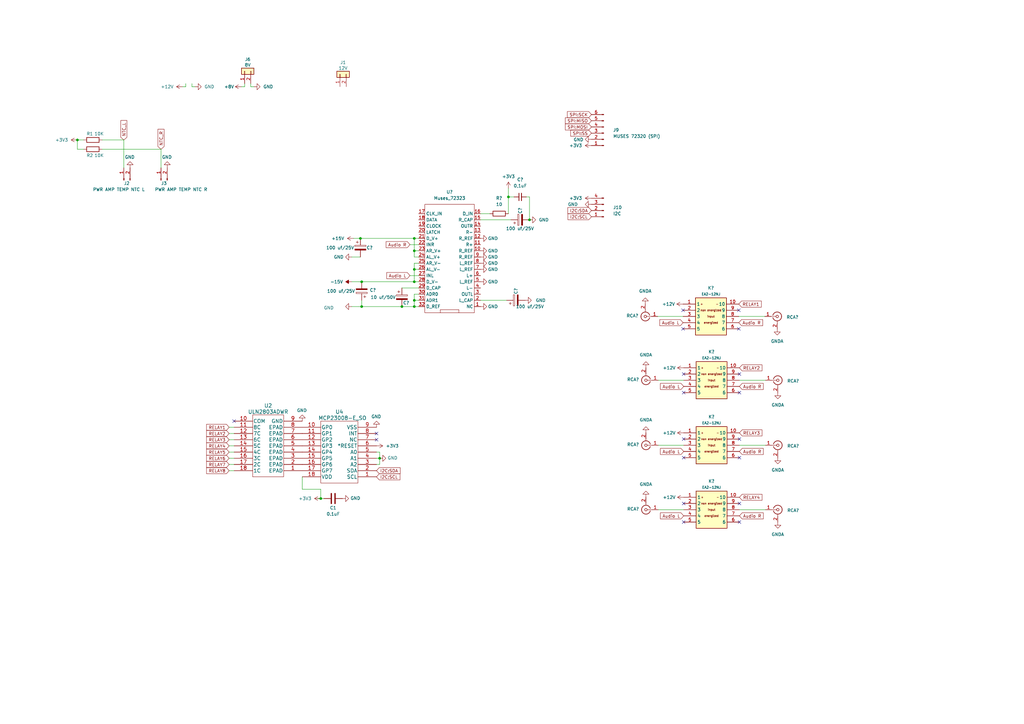
<source format=kicad_sch>
(kicad_sch (version 20211123) (generator eeschema)
  (paper "A3")
  (lib_symbols
    (symbol "Connector:Conn_01x02_Male" (pin_names (offset 1.016) hide)
      (property "Reference" "J" (at 0 2.54 0))
      (property "Value" "Conn_01x02_Male" (at 0 -5.08 0))
      (symbol "Conn_01x02_Male_1_1"
        (polyline (pts (xy 1.27 -2.54) (xy 0.8636 -2.54)) (stroke (width 0.1524)))
        (polyline (pts (xy 1.27 0) (xy 0.8636 0)) (stroke (width 0.1524)))
        (rectangle (start 0.8636 -2.413) (end 0 -2.667) (stroke (width 0.1524)) (fill (type outline)))
        (rectangle (start 0.8636 0.127) (end 0 -0.127) (stroke (width 0.1524)) (fill (type outline)))
        (pin passive line (at 5.08 0 180) (length 3.81) (name "Pin_1") (number "1"))
        (pin passive line (at 5.08 -2.54 180) (length 3.81) (name "Pin_2") (number "2"))
      )
    )
    (symbol "Connector:Conn_01x04_Male" (pin_names (offset 1.016) hide)
      (property "Reference" "J" (at 0 5.08 0))
      (property "Value" "Conn_01x04_Male" (at 0 -7.62 0))
      (symbol "Conn_01x04_Male_1_1"
        (polyline (pts (xy 1.27 -5.08) (xy 0.8636 -5.08)) (stroke (width 0.1524)))
        (polyline (pts (xy 1.27 -2.54) (xy 0.8636 -2.54)) (stroke (width 0.1524)))
        (polyline (pts (xy 1.27 0) (xy 0.8636 0)) (stroke (width 0.1524)))
        (polyline (pts (xy 1.27 2.54) (xy 0.8636 2.54)) (stroke (width 0.1524)))
        (rectangle (start 0.8636 -4.953) (end 0 -5.207) (stroke (width 0.1524)) (fill (type outline)))
        (rectangle (start 0.8636 -2.413) (end 0 -2.667) (stroke (width 0.1524)) (fill (type outline)))
        (rectangle (start 0.8636 0.127) (end 0 -0.127) (stroke (width 0.1524)) (fill (type outline)))
        (rectangle (start 0.8636 2.667) (end 0 2.413) (stroke (width 0.1524)) (fill (type outline)))
        (pin passive line (at 5.08 2.54 180) (length 3.81) (name "Pin_1") (number "1"))
        (pin passive line (at 5.08 0 180) (length 3.81) (name "Pin_2") (number "2"))
        (pin passive line (at 5.08 -2.54 180) (length 3.81) (name "Pin_3") (number "3"))
        (pin passive line (at 5.08 -5.08 180) (length 3.81) (name "Pin_4") (number "4"))
      )
    )
    (symbol "Connector:Conn_01x06_Male" (pin_names (offset 1.016) hide)
      (property "Reference" "J" (at 0 7.62 0))
      (property "Value" "Conn_01x06_Male" (at 0 -10.16 0))
      (symbol "Conn_01x06_Male_1_1"
        (polyline (pts (xy 1.27 -7.62) (xy 0.8636 -7.62)) (stroke (width 0.1524)))
        (polyline (pts (xy 1.27 -5.08) (xy 0.8636 -5.08)) (stroke (width 0.1524)))
        (polyline (pts (xy 1.27 -2.54) (xy 0.8636 -2.54)) (stroke (width 0.1524)))
        (polyline (pts (xy 1.27 0) (xy 0.8636 0)) (stroke (width 0.1524)))
        (polyline (pts (xy 1.27 2.54) (xy 0.8636 2.54)) (stroke (width 0.1524)))
        (polyline (pts (xy 1.27 5.08) (xy 0.8636 5.08)) (stroke (width 0.1524)))
        (rectangle (start 0.8636 -7.493) (end 0 -7.747) (stroke (width 0.1524)) (fill (type outline)))
        (rectangle (start 0.8636 -4.953) (end 0 -5.207) (stroke (width 0.1524)) (fill (type outline)))
        (rectangle (start 0.8636 -2.413) (end 0 -2.667) (stroke (width 0.1524)) (fill (type outline)))
        (rectangle (start 0.8636 0.127) (end 0 -0.127) (stroke (width 0.1524)) (fill (type outline)))
        (rectangle (start 0.8636 2.667) (end 0 2.413) (stroke (width 0.1524)) (fill (type outline)))
        (rectangle (start 0.8636 5.207) (end 0 4.953) (stroke (width 0.1524)) (fill (type outline)))
        (pin passive line (at 5.08 5.08 180) (length 3.81) (name "Pin_1") (number "1"))
        (pin passive line (at 5.08 2.54 180) (length 3.81) (name "Pin_2") (number "2"))
        (pin passive line (at 5.08 0 180) (length 3.81) (name "Pin_3") (number "3"))
        (pin passive line (at 5.08 -2.54 180) (length 3.81) (name "Pin_4") (number "4"))
        (pin passive line (at 5.08 -5.08 180) (length 3.81) (name "Pin_5") (number "5"))
        (pin passive line (at 5.08 -7.62 180) (length 3.81) (name "Pin_6") (number "6"))
      )
    )
    (symbol "Connector:RCA_Connector_ALI" (pin_names (offset 1.016) hide)
      (property "Reference" "RCA" (at 0.254 3.048 0))
      (symbol "RCA_Connector_ALI_0_1"
        (arc (start -1.778 -0.508) (mid 0.2311 -1.8066) (end 1.778 0) (stroke (width 0.254)))
        (polyline (pts (xy -2.54 0) (xy -0.508 0)))
        (polyline (pts (xy 0 -2.54) (xy 0 -1.778)))
        (circle (center 0 0) (radius 0.508) (stroke (width 0.2032)))
        (arc (start 1.778 0) (mid 0.2099 1.8101) (end -1.778 0.508) (stroke (width 0.254)))
      )
      (symbol "RCA_Connector_ALI_1_1"
        (pin passive line (at -5.08 0 0) (length 2.54) (name "In") (number "1"))
        (pin passive line (at 0 -5.08 90) (length 2.54) (name "Ext") (number "2"))
      )
    )
    (symbol "Connector_Generic:Conn_01x02" (pin_names (offset 1.016) hide)
      (property "Reference" "J" (at 0 2.54 0))
      (property "Value" "Conn_01x02" (at 0 -5.08 0))
      (symbol "Conn_01x02_1_1"
        (rectangle (start -1.27 -2.413) (end 0 -2.667) (stroke (width 0.1524)))
        (rectangle (start -1.27 0.127) (end 0 -0.127) (stroke (width 0.1524)))
        (rectangle (start -1.27 1.27) (end 1.27 -3.81) (stroke (width 0.254)) (fill (type background)))
        (pin passive line (at -5.08 0 0) (length 3.81) (name "Pin_1") (number "1"))
        (pin passive line (at -5.08 -2.54 0) (length 3.81) (name "Pin_2") (number "2"))
      )
    )
    (symbol "Device:C" (pin_numbers hide) (pin_names (offset 0.254))
      (property "Reference" "C" (at 0.635 2.54 0))
      (property "Value" "C" (at 0.635 -2.54 0))
      (symbol "C_0_1"
        (polyline (pts (xy -2.032 -0.762) (xy 2.032 -0.762)) (stroke (width 0.508)))
        (polyline (pts (xy -2.032 0.762) (xy 2.032 0.762)) (stroke (width 0.508)))
      )
      (symbol "C_1_1"
        (pin passive line (at 0 3.81 270) (length 2.794) (name "~") (number "1"))
        (pin passive line (at 0 -3.81 90) (length 2.794) (name "~") (number "2"))
      )
    )
    (symbol "Device:C_Polarized" (pin_numbers hide) (pin_names (offset 0.254))
      (property "Reference" "C" (at 0.635 2.54 0))
      (property "Value" "C_Polarized" (at 0.635 -2.54 0))
      (symbol "C_Polarized_0_1"
        (rectangle (start -2.286 0.508) (end 2.286 1.016))
        (polyline (pts (xy -1.778 2.286) (xy -0.762 2.286)))
        (polyline (pts (xy -1.27 2.794) (xy -1.27 1.778)))
        (rectangle (start 2.286 -0.508) (end -2.286 -1.016) (fill (type outline)))
      )
      (symbol "C_Polarized_1_1"
        (pin passive line (at 0 3.81 270) (length 2.794) (name "~") (number "1"))
        (pin passive line (at 0 -3.81 90) (length 2.794) (name "~") (number "2"))
      )
    )
    (symbol "Device:C_Small" (pin_numbers hide) (pin_names (offset 0.254) hide)
      (property "Reference" "C" (at 0.254 1.778 0))
      (property "Value" "C_Small" (at 0.254 -2.032 0))
      (symbol "C_Small_0_1"
        (polyline (pts (xy -1.524 -0.508) (xy 1.524 -0.508)) (stroke (width 0.3302)))
        (polyline (pts (xy -1.524 0.508) (xy 1.524 0.508)) (stroke (width 0.3048)))
      )
      (symbol "C_Small_1_1"
        (pin passive line (at 0 2.54 270) (length 2.032) (name "~") (number "1"))
        (pin passive line (at 0 -2.54 90) (length 2.032) (name "~") (number "2"))
      )
    )
    (symbol "Device:R" (pin_numbers hide) (pin_names (offset 0))
      (property "Reference" "R" (at 2.032 0 90))
      (property "Value" "R" (at 0 0 90))
      (symbol "R_0_1"
        (rectangle (start -1.016 -2.54) (end 1.016 2.54) (stroke (width 0.254)))
      )
      (symbol "R_1_1"
        (pin passive line (at 0 3.81 270) (length 1.27) (name "~") (number "1"))
        (pin passive line (at 0 -3.81 90) (length 1.27) (name "~") (number "2"))
      )
    )
    (symbol "EA2-12NJ:EA2-12NJ"
      (property "Reference" "K" (at 8.89 -13.97 0))
      (property "Value" "EA2-12NJ" (at 11.3687 -10.7465 0))
      (symbol "EA2-12NJ_0_0"
        (text "+" (at 7.62 0 0) (effects (font (size 0.8 0.8))))
        (text "-" (at 13.97 0 0) (effects (font (size 0.8 0.8))))
        (text "energized" (at 11.43 -7.62 0) (effects (font (size 0.8 0.8))))
        (text "input" (at 11.43 -5.08 0) (effects (font (size 0.8 0.8))))
        (text "non energized" (at 11.43 -2.54 0) (effects (font (size 0.8 0.8))))
      )
      (symbol "EA2-12NJ_1_1"
        (rectangle (start 5.08 2.54) (end 17.78 -12.7) (stroke (width 0.254)) (fill (type background)))
        (pin passive line (at 0 0 0) (length 5.08) (name "1") (number "1"))
        (pin passive line (at 22.86 0 180) (length 5.08) (name "10") (number "10"))
        (pin passive line (at 0 -2.54 0) (length 5.08) (name "2") (number "2"))
        (pin passive line (at 0 -5.08 0) (length 5.08) (name "3") (number "3"))
        (pin passive line (at 0 -7.62 0) (length 5.08) (name "4") (number "4"))
        (pin passive line (at 0 -10.16 0) (length 5.08) (name "5") (number "5"))
        (pin passive line (at 22.86 -10.16 180) (length 5.08) (name "6") (number "6"))
        (pin passive line (at 22.86 -7.62 180) (length 5.08) (name "7") (number "7"))
        (pin passive line (at 22.86 -5.08 180) (length 5.08) (name "8") (number "8"))
        (pin passive line (at 22.86 -2.54 180) (length 5.08) (name "9") (number "9"))
      )
    )
    (symbol "Mezmerize_B1_Controller-rescue:MCP23008-E_SO-2019-12-07_08-25-49" (pin_names (offset 0.254))
      (property "Reference" "U" (at 15.24 10.16 0))
      (property "Value" "MCP23008-E_SO-2019-12-07_08-25-49" (at 15.24 7.62 0))
      (symbol "MCP23008-E_SO-2019-12-07_08-25-49_0_1"
        (rectangle (start 7.62 2.54) (end 22.86 -22.86))
      )
      (symbol "MCP23008-E_SO-2019-12-07_08-25-49_1_0"
        (pin unspecified line (at 0 0 0) (length 7.62) (name "SCL") (number "1"))
        (pin unspecified line (at 30.48 -20.32 180) (length 7.62) (name "GP0") (number "10"))
        (pin unspecified line (at 30.48 -17.78 180) (length 7.62) (name "GP1") (number "11"))
        (pin unspecified line (at 30.48 -15.24 180) (length 7.62) (name "GP2") (number "12"))
        (pin unspecified line (at 30.48 -12.7 180) (length 7.62) (name "GP3") (number "13"))
        (pin unspecified line (at 30.48 -10.16 180) (length 7.62) (name "GP4") (number "14"))
        (pin unspecified line (at 30.48 -7.62 180) (length 7.62) (name "GP5") (number "15"))
        (pin unspecified line (at 30.48 -5.08 180) (length 7.62) (name "GP6") (number "16"))
        (pin unspecified line (at 30.48 -2.54 180) (length 7.62) (name "GP7") (number "17"))
        (pin unspecified line (at 30.48 0 180) (length 7.62) (name "VDD") (number "18"))
        (pin unspecified line (at 0 -2.54 0) (length 7.62) (name "SDA") (number "2"))
        (pin unspecified line (at 0 -5.08 0) (length 7.62) (name "A2") (number "3"))
        (pin unspecified line (at 0 -7.62 0) (length 7.62) (name "A1") (number "4"))
        (pin unspecified line (at 0 -10.16 0) (length 7.62) (name "A0") (number "5"))
        (pin unspecified line (at 0 -12.7 0) (length 7.62) (name "*RESET") (number "6"))
        (pin unspecified line (at 0 -15.24 0) (length 7.62) (name "NC") (number "7"))
        (pin unspecified line (at 0 -17.78 0) (length 7.62) (name "INT") (number "8"))
        (pin unspecified line (at 0 -20.32 0) (length 7.62) (name "VSS") (number "9"))
      )
    )
    (symbol "Mezmerize_B1_Controller-rescue:ULN2803ADWR-2019-12-07_08-18-10" (pin_names (offset 0.254))
      (property "Reference" "U" (at 13.97 8.89 0))
      (property "Value" "ULN2803ADWR-2019-12-07_08-18-10" (at 13.97 6.35 0))
      (symbol "ULN2803ADWR-2019-12-07_08-18-10_0_1"
        (rectangle (start 7.62 2.54) (end 20.32 -22.86))
      )
      (symbol "ULN2803ADWR-2019-12-07_08-18-10_1_0"
        (pin power_in line (at 0 0 0) (length 7.62) (name "EPAD") (number "1"))
        (pin unspecified line (at 27.94 -20.32 180) (length 7.62) (name "COM") (number "10"))
        (pin output line (at 27.94 -17.78 180) (length 7.62) (name "8C") (number "11"))
        (pin output line (at 27.94 -15.24 180) (length 7.62) (name "7C") (number "12"))
        (pin output line (at 27.94 -12.7 180) (length 7.62) (name "6C") (number "13"))
        (pin output line (at 27.94 -10.16 180) (length 7.62) (name "5C") (number "14"))
        (pin output line (at 27.94 -7.62 180) (length 7.62) (name "4C") (number "15"))
        (pin output line (at 27.94 -5.08 180) (length 7.62) (name "3C") (number "16"))
        (pin output line (at 27.94 -2.54 180) (length 7.62) (name "2C") (number "17"))
        (pin output line (at 27.94 0 180) (length 7.62) (name "1C") (number "18"))
        (pin power_in line (at 0 -2.54 0) (length 7.62) (name "EPAD") (number "2"))
        (pin power_in line (at 0 -5.08 0) (length 7.62) (name "EPAD") (number "3"))
        (pin power_in line (at 0 -7.62 0) (length 7.62) (name "EPAD") (number "4"))
        (pin power_in line (at 0 -10.16 0) (length 7.62) (name "EPAD") (number "5"))
        (pin power_in line (at 0 -12.7 0) (length 7.62) (name "EPAD") (number "6"))
        (pin power_in line (at 0 -15.24 0) (length 7.62) (name "EPAD") (number "7"))
        (pin power_in line (at 0 -17.78 0) (length 7.62) (name "EPAD") (number "8"))
        (pin power_in line (at 0 -20.32 0) (length 7.62) (name "GND") (number "9"))
      )
    )
    (symbol "muses72323:Muses_72323"
      (property "Reference" "U" (at 0 0 0))
      (property "Value" "Muses_72323" (at 0 5.08 0))
      (symbol "Muses_72323_0_0"
        (pin unspecified line (at 0 0 180) (length 2.54) (name "NC") (number "1"))
        (pin unspecified line (at 0 22.86 180) (length 2.54) (name "R_REF") (number "10"))
        (pin unspecified line (at 0 25.4 180) (length 2.54) (name "R+") (number "11"))
        (pin unspecified line (at 0 27.94 180) (length 2.54) (name "R_REF") (number "12"))
        (pin unspecified line (at 0 30.48 180) (length 2.54) (name "R-") (number "13"))
        (pin unspecified line (at 0 33.02 180) (length 2.54) (name "OUTR") (number "14"))
        (pin unspecified line (at 0 35.56 180) (length 2.54) (name "R_CAP") (number "15"))
        (pin unspecified line (at 0 38.1 180) (length 2.54) (name "D_IN") (number "16"))
        (pin unspecified line (at -25.4 38.1 0) (length 2.54) (name "CLK_IN") (number "17"))
        (pin unspecified line (at -25.4 35.56 0) (length 2.54) (name "DATA") (number "18"))
        (pin unspecified line (at -25.4 33.02 0) (length 2.54) (name "CLOCK") (number "19"))
        (pin unspecified line (at 0 2.54 180) (length 2.54) (name "L_CAP") (number "2"))
        (pin unspecified line (at -25.4 30.48 0) (length 2.54) (name "LATCH") (number "20"))
        (pin unspecified line (at -25.4 27.94 0) (length 2.54) (name "D_V+") (number "21"))
        (pin unspecified line (at -25.4 25.4 0) (length 2.54) (name "INR") (number "22"))
        (pin unspecified line (at -25.4 22.86 0) (length 2.54) (name "AR_V+") (number "23"))
        (pin unspecified line (at -25.4 20.32 0) (length 2.54) (name "AL_V+") (number "24"))
        (pin unspecified line (at -25.4 17.78 0) (length 2.54) (name "AR_V-") (number "25"))
        (pin unspecified line (at -25.4 15.24 0) (length 2.54) (name "AL_V-") (number "26"))
        (pin unspecified line (at -25.4 12.7 0) (length 2.54) (name "INL") (number "27"))
        (pin unspecified line (at -25.4 10.16 0) (length 2.54) (name "D_V-") (number "28"))
        (pin unspecified line (at -25.4 7.62 0) (length 2.54) (name "D_CAP") (number "29"))
        (pin unspecified line (at 0 5.08 180) (length 2.54) (name "OUTL") (number "3"))
        (pin unspecified line (at -25.4 5.08 0) (length 2.54) (name "ADR0") (number "30"))
        (pin unspecified line (at -25.4 2.54 0) (length 2.54) (name "ADR1") (number "31"))
        (pin unspecified line (at -25.4 0 0) (length 2.54) (name "D_REF") (number "32"))
        (pin unspecified line (at 0 7.62 180) (length 2.54) (name "L-") (number "4"))
        (pin unspecified line (at 0 10.16 180) (length 2.54) (name "L_REF") (number "5"))
        (pin unspecified line (at 0 12.7 180) (length 2.54) (name "L+") (number "6"))
        (pin unspecified line (at 0 15.24 180) (length 2.54) (name "L_REF") (number "7"))
        (pin unspecified line (at 0 17.78 180) (length 2.54) (name "L_REF") (number "8"))
        (pin unspecified line (at 0 20.32 180) (length 2.54) (name "R_REF") (number "9"))
      )
      (symbol "Muses_72323_0_1"
        (polyline (pts (xy -16.51 -2.54) (xy -16.51 -1.27) (xy -8.89 -1.27) (xy -8.89 -2.54)))
        (polyline (pts (xy -22.86 39.37) (xy -22.86 -2.54) (xy -2.54 -2.54) (xy -2.54 41.91) (xy -22.86 41.91) (xy -22.86 39.37)))
      )
    )
    (symbol "power:+12V" (power) (pin_names (offset 0))
      (property "Value" "+12V" (at 0 3.556 0))
      (symbol "+12V_0_1"
        (polyline (pts (xy -0.762 1.27) (xy 0 2.54)))
        (polyline (pts (xy 0 0) (xy 0 2.54)))
        (polyline (pts (xy 0 2.54) (xy 0.762 1.27)))
      )
      (symbol "+12V_1_1"
        (pin power_in line (at 0 0 90) (length 0) hide (name "+12V") (number "1"))
      )
    )
    (symbol "power:+15V" (power) (pin_names (offset 0))
      (property "Value" "+15V" (at 0 3.556 0))
      (symbol "+15V_0_1"
        (polyline (pts (xy -0.762 1.27) (xy 0 2.54)))
        (polyline (pts (xy 0 0) (xy 0 2.54)))
        (polyline (pts (xy 0 2.54) (xy 0.762 1.27)))
      )
      (symbol "+15V_1_1"
        (pin power_in line (at 0 0 90) (length 0) hide (name "+15V") (number "1"))
      )
    )
    (symbol "power:+3.3V" (power) (pin_names (offset 0))
      (property "Value" "+3.3V" (at 0 3.556 0))
      (symbol "+3.3V_0_1"
        (polyline (pts (xy -0.762 1.27) (xy 0 2.54)))
        (polyline (pts (xy 0 0) (xy 0 2.54)))
        (polyline (pts (xy 0 2.54) (xy 0.762 1.27)))
      )
      (symbol "+3.3V_1_1"
        (pin power_in line (at 0 0 90) (length 0) hide (name "+3V3") (number "1"))
      )
    )
    (symbol "power:+8V" (power) (pin_names (offset 0))
      (property "Value" "+8V" (at 0 3.556 0))
      (symbol "+8V_0_1"
        (polyline (pts (xy -0.762 1.27) (xy 0 2.54)))
        (polyline (pts (xy 0 0) (xy 0 2.54)))
        (polyline (pts (xy 0 2.54) (xy 0.762 1.27)))
      )
      (symbol "+8V_1_1"
        (pin power_in line (at 0 0 90) (length 0) hide (name "+8V") (number "1"))
      )
    )
    (symbol "power:-15V" (power) (pin_names (offset 0))
      (property "Value" "-15V" (at 0 3.81 0))
      (symbol "-15V_0_0"
        (pin power_in line (at 0 0 90) (length 0) hide (name "-15V") (number "1"))
      )
      (symbol "-15V_0_1"
        (polyline (pts (xy 0 0) (xy 0 1.27) (xy 0.762 1.27) (xy 0 2.54) (xy -0.762 1.27) (xy 0 1.27)) (fill (type outline)))
      )
    )
    (symbol "power:GND" (power) (pin_names (offset 0))
      (property "Value" "GND" (at 0 -3.81 0))
      (symbol "GND_0_1"
        (polyline (pts (xy 0 0) (xy 0 -1.27) (xy 1.27 -1.27) (xy 0 -2.54) (xy -1.27 -1.27) (xy 0 -1.27)))
      )
      (symbol "GND_1_1"
        (pin power_in line (at 0 0 270) (length 0) hide (name "GND") (number "1"))
      )
    )
    (symbol "power:GNDA" (power) (pin_names (offset 0))
      (property "Value" "GNDA" (at 0 -3.81 0))
      (symbol "GNDA_0_1"
        (polyline (pts (xy 0 0) (xy 0 -1.27) (xy 1.27 -1.27) (xy 0 -2.54) (xy -1.27 -1.27) (xy 0 -1.27)))
      )
      (symbol "GNDA_1_1"
        (pin power_in line (at 0 0 270) (length 0) hide (name "GNDA") (number "1"))
      )
    )
  )
  (junction (at 169.926 110.49))
  (junction (at 131.572 204.47))
  (junction (at 169.926 123.19))
  (junction (at 169.926 97.79))
  (junction (at 147.828 97.79))
  (junction (at 31.75 57.404))
  (junction (at 169.926 125.73))
  (junction (at 148.336 125.73))
  (junction (at 155.702 187.96))
  (junction (at 208.534 80.772))
  (junction (at 169.926 115.57))
  (junction (at 169.926 102.87))
  (junction (at 148.336 115.57))
  (junction (at 217.17 90.17))
  (junction (at 164.846 125.73))
  (no_connect (at 280.416 187.706))
  (no_connect (at 303.276 180.086))
  (no_connect (at 303.276 214.122))
  (no_connect (at 154.432 177.8))
  (no_connect (at 303.276 206.502))
  (no_connect (at 303.276 187.706))
  (no_connect (at 280.162 134.874))
  (no_connect (at 303.022 127.254))
  (no_connect (at 303.022 134.874))
  (no_connect (at 280.162 127.254))
  (no_connect (at 154.432 180.34))
  (no_connect (at 280.416 206.502))
  (no_connect (at 280.416 153.416))
  (no_connect (at 280.416 180.086))
  (no_connect (at 280.416 161.036))
  (no_connect (at 96.012 172.72))
  (no_connect (at 303.276 161.036))
  (no_connect (at 303.276 153.416))
  (no_connect (at 280.416 214.122))
  (wire (pts (xy 197.104 87.63) (xy 200.914 87.63)))
  (wire (pts (xy 155.702 187.96) (xy 154.432 187.96)))
  (wire (pts (xy 197.104 90.17) (xy 209.55 90.17)))
  (wire (pts (xy 78.74 34.29) (xy 78.74 35.56)))
  (wire (pts (xy 93.98 187.96) (xy 96.012 187.96)))
  (wire (pts (xy 155.702 190.5) (xy 154.432 190.5)))
  (wire (pts (xy 148.336 123.19) (xy 148.336 125.73)))
  (wire (pts (xy 78.74 35.56) (xy 80.01 35.56)))
  (wire (pts (xy 171.704 105.41) (xy 169.926 105.41)))
  (wire (pts (xy 155.702 187.96) (xy 155.702 190.5)))
  (wire (pts (xy 93.98 190.5) (xy 96.012 190.5)))
  (wire (pts (xy 168.148 113.03) (xy 171.704 113.03)))
  (wire (pts (xy 93.98 185.42) (xy 96.012 185.42)))
  (wire (pts (xy 303.276 182.626) (xy 313.944 182.626)))
  (wire (pts (xy 147.828 105.41) (xy 144.272 105.41)))
  (wire (pts (xy 303.276 155.956) (xy 313.944 155.956)))
  (wire (pts (xy 102.87 35.56) (xy 104.14 35.56)))
  (wire (pts (xy 270.002 182.626) (xy 280.416 182.626)))
  (wire (pts (xy 148.336 115.57) (xy 169.926 115.57)))
  (wire (pts (xy 41.91 57.404) (xy 50.8 57.404)))
  (wire (pts (xy 93.98 193.04) (xy 96.012 193.04)))
  (wire (pts (xy 169.926 110.49) (xy 169.926 115.57)))
  (wire (pts (xy 217.17 80.772) (xy 217.17 90.17)))
  (wire (pts (xy 93.98 180.34) (xy 96.012 180.34)))
  (wire (pts (xy 208.534 80.772) (xy 210.82 80.772)))
  (wire (pts (xy 31.75 61.214) (xy 34.29 61.214)))
  (wire (pts (xy 303.022 129.794) (xy 313.69 129.794)))
  (wire (pts (xy 169.926 125.73) (xy 171.704 125.73)))
  (wire (pts (xy 303.276 209.042) (xy 313.944 209.042)))
  (wire (pts (xy 169.926 120.65) (xy 169.926 123.19)))
  (wire (pts (xy 144.272 125.73) (xy 148.336 125.73)))
  (wire (pts (xy 270.002 209.042) (xy 280.416 209.042)))
  (wire (pts (xy 171.704 120.65) (xy 169.926 120.65)))
  (wire (pts (xy 147.828 97.79) (xy 169.926 97.79)))
  (wire (pts (xy 93.98 177.8) (xy 96.012 177.8)))
  (wire (pts (xy 147.828 97.79) (xy 145.034 97.79)))
  (wire (pts (xy 270.002 155.956) (xy 280.416 155.956)))
  (wire (pts (xy 132.842 204.47) (xy 131.572 204.47)))
  (wire (pts (xy 76.2 35.56) (xy 76.2 34.29)))
  (wire (pts (xy 131.572 204.47) (xy 130.302 204.47)))
  (wire (pts (xy 154.432 185.42) (xy 155.702 185.42)))
  (wire (pts (xy 74.93 35.56) (xy 76.2 35.56)))
  (wire (pts (xy 169.926 102.87) (xy 171.704 102.87)))
  (wire (pts (xy 100.33 35.56) (xy 100.33 34.29)))
  (wire (pts (xy 93.98 182.88) (xy 96.012 182.88)))
  (wire (pts (xy 208.534 80.772) (xy 208.534 87.63)))
  (wire (pts (xy 169.926 102.87) (xy 169.926 105.41)))
  (wire (pts (xy 197.104 123.19) (xy 207.772 123.19)))
  (wire (pts (xy 208.534 77.216) (xy 208.534 80.772)))
  (wire (pts (xy 164.846 125.73) (xy 169.926 125.73)))
  (wire (pts (xy 169.926 110.49) (xy 171.704 110.49)))
  (wire (pts (xy 93.98 175.26) (xy 96.012 175.26)))
  (wire (pts (xy 269.748 129.794) (xy 280.162 129.794)))
  (wire (pts (xy 169.926 97.79) (xy 169.926 102.87)))
  (wire (pts (xy 169.926 123.19) (xy 171.704 123.19)))
  (wire (pts (xy 215.9 80.772) (xy 217.17 80.772)))
  (wire (pts (xy 41.91 61.214) (xy 66.04 61.214)))
  (wire (pts (xy 169.926 107.95) (xy 169.926 110.49)))
  (wire (pts (xy 34.29 57.404) (xy 31.75 57.404)))
  (wire (pts (xy 169.926 115.57) (xy 171.704 115.57)))
  (wire (pts (xy 102.87 34.29) (xy 102.87 35.56)))
  (wire (pts (xy 123.952 195.58) (xy 123.952 200.66)))
  (wire (pts (xy 169.926 123.19) (xy 169.926 125.73)))
  (wire (pts (xy 171.704 107.95) (xy 169.926 107.95)))
  (wire (pts (xy 99.06 35.56) (xy 100.33 35.56)))
  (wire (pts (xy 168.148 100.33) (xy 171.704 100.33)))
  (wire (pts (xy 155.702 185.42) (xy 155.702 187.96)))
  (wire (pts (xy 31.75 61.214) (xy 31.75 57.404)))
  (wire (pts (xy 66.04 61.214) (xy 66.04 68.834)))
  (wire (pts (xy 50.8 68.834) (xy 50.8 57.404)))
  (wire (pts (xy 164.846 118.11) (xy 171.704 118.11)))
  (wire (pts (xy 123.952 200.66) (xy 131.572 200.66)))
  (wire (pts (xy 148.336 125.73) (xy 164.846 125.73)))
  (wire (pts (xy 171.704 97.79) (xy 169.926 97.79)))
  (wire (pts (xy 131.572 200.66) (xy 131.572 204.47)))
  (wire (pts (xy 148.336 115.57) (xy 144.272 115.57)))
  (global_label "RELAY4" (shape input) (at 303.276 203.962 0) (property "Intersheet References" "${INTERSHEET_REFS}" (effects hide)))
  (global_label "RELAY6" (shape input) (at 93.98 187.96 180) (property "Intersheet References" "${INTERSHEET_REFS}" (effects hide)))
  (global_label "Audio L" (shape input) (at 280.416 211.582 180) (property "Intersheet References" "${INTERSHEET_REFS}" (effects hide)))
  (global_label "RELAY8" (shape input) (at 93.98 193.04 180) (property "Intersheet References" "${INTERSHEET_REFS}" (effects hide)))
  (global_label "NTC_R" (shape input) (at 66.04 61.214 90) (property "Intersheet References" "${INTERSHEET_REFS}" (effects hide)))
  (global_label "SPI:MISO" (shape input) (at 242.57 49.53 180) (property "Intersheet References" "${INTERSHEET_REFS}" (effects hide)))
  (global_label "RELAY4" (shape input) (at 93.98 182.88 180) (property "Intersheet References" "${INTERSHEET_REFS}" (effects hide)))
  (global_label "SPI:MOSI" (shape input) (at 242.57 52.07 180) (property "Intersheet References" "${INTERSHEET_REFS}" (effects hide)))
  (global_label "RELAY2" (shape input) (at 93.98 177.8 180) (property "Intersheet References" "${INTERSHEET_REFS}" (effects hide)))
  (global_label "Audio R" (shape input) (at 303.022 132.334 0) (property "Intersheet References" "${INTERSHEET_REFS}" (effects hide)))
  (global_label "Audio R" (shape input) (at 168.148 100.33 180) (property "Intersheet References" "${INTERSHEET_REFS}" (effects hide)))
  (global_label "RELAY2" (shape input) (at 303.276 150.876 0) (property "Intersheet References" "${INTERSHEET_REFS}" (effects hide)))
  (global_label "RELAY1" (shape input) (at 303.022 124.714 0) (property "Intersheet References" "${INTERSHEET_REFS}" (effects hide)))
  (global_label "RELAY1" (shape input) (at 93.98 175.26 180) (property "Intersheet References" "${INTERSHEET_REFS}" (effects hide)))
  (global_label "I2C:SCL" (shape input) (at 154.432 195.58 0) (property "Intersheet References" "${INTERSHEET_REFS}" (effects hide)))
  (global_label "Audio L" (shape input) (at 280.416 158.496 180) (property "Intersheet References" "${INTERSHEET_REFS}" (effects hide)))
  (global_label "SPI:SCK" (shape input) (at 242.57 46.99 180) (property "Intersheet References" "${INTERSHEET_REFS}" (effects hide)))
  (global_label "Audio R" (shape input) (at 303.276 211.582 0) (property "Intersheet References" "${INTERSHEET_REFS}" (effects hide)))
  (global_label "RELAY5" (shape input) (at 93.98 185.42 180) (property "Intersheet References" "${INTERSHEET_REFS}" (effects hide)))
  (global_label "Audio L" (shape input) (at 168.148 113.03 180) (property "Intersheet References" "${INTERSHEET_REFS}" (effects hide)))
  (global_label "RELAY3" (shape input) (at 303.276 177.546 0) (property "Intersheet References" "${INTERSHEET_REFS}" (effects hide)))
  (global_label "I2C:SCL" (shape input) (at 242.57 88.9 180) (property "Intersheet References" "${INTERSHEET_REFS}" (effects hide)))
  (global_label "I2C:SDA" (shape input) (at 242.57 86.36 180) (property "Intersheet References" "${INTERSHEET_REFS}" (effects hide)))
  (global_label "NTC_L" (shape input) (at 50.8 57.404 90) (property "Intersheet References" "${INTERSHEET_REFS}" (effects hide)))
  (global_label "RELAY3" (shape input) (at 93.98 180.34 180) (property "Intersheet References" "${INTERSHEET_REFS}" (effects hide)))
  (global_label "Audio L" (shape input) (at 280.416 185.166 180) (property "Intersheet References" "${INTERSHEET_REFS}" (effects hide)))
  (global_label "RELAY7" (shape input) (at 93.98 190.5 180) (property "Intersheet References" "${INTERSHEET_REFS}" (effects hide)))
  (global_label "SPI:SS" (shape input) (at 242.57 54.61 180) (property "Intersheet References" "${INTERSHEET_REFS}" (effects hide)))
  (global_label "I2C:SDA" (shape input) (at 154.432 193.04 0) (property "Intersheet References" "${INTERSHEET_REFS}" (effects hide)))
  (global_label "Audio R" (shape input) (at 303.276 158.496 0) (property "Intersheet References" "${INTERSHEET_REFS}" (effects hide)))
  (global_label "Audio R" (shape input) (at 303.276 185.166 0) (property "Intersheet References" "${INTERSHEET_REFS}" (effects hide)))
  (global_label "Audio L" (shape input) (at 280.162 132.334 180) (property "Intersheet References" "${INTERSHEET_REFS}" (effects hide)))
  (symbol (lib_id "power:GND") (at 123.952 172.72 180) (unit 1)
    (property "Reference" "#PWR04" (effects hide))
    (property "Value" "GND" (at 123.825 168.3258 0))
  )
  (symbol (lib_id "Device:R") (at 38.1 57.404 90) (unit 1)
    (property "Reference" "R1" (at 36.83 54.864 90))
    (property "Value" "10K" (at 40.64 54.864 90))
    (property "Footprint" "Resistor_SMD:R_0805_2012Metric_Pad1.15x1.40mm_HandSolder" (effects hide))
  )
  (symbol (lib_id "Device:R") (at 38.1 61.214 270) (unit 1)
    (property "Reference" "R2" (at 36.83 63.754 90))
    (property "Value" "10K" (at 40.64 63.754 90))
    (property "Footprint" "Resistor_SMD:R_0805_2012Metric_Pad1.15x1.40mm_HandSolder" (effects hide))
  )
  (symbol (lib_id "power:GND") (at 242.57 57.15 270) (unit 1)
    (property "Reference" "#PWR021" (effects hide))
    (property "Value" "GND" (at 239.3188 57.277 90) (effects (justify right)))
  )
  (symbol (lib_id "Connector:Conn_01x02_Male") (at 50.8 73.914 90) (unit 1)
    (property "Reference" "J2" (at 50.8 75.184 90) (effects (justify right)))
    (property "Value" "PWR AMP TEMP NTC L" (at 38.1 77.724 90) (effects (justify right)))
    (property "Footprint" "Connector_JST:JST_XH_B2B-XH-A_1x02_P2.50mm_Vertical" (effects hide))
  )
  (symbol (lib_id "Connector:Conn_01x02_Male") (at 66.04 73.914 90) (unit 1)
    (property "Reference" "J3" (at 66.04 75.184 90) (effects (justify right)))
    (property "Value" "PWR AMP TEMP NTC R" (at 63.5 77.724 90) (effects (justify right)))
    (property "Footprint" "Connector_JST:JST_XH_B2B-XH-A_1x02_P2.50mm_Vertical" (effects hide))
  )
  (symbol (lib_id "power:GND") (at 68.58 68.834 180) (unit 1)
    (property "Reference" "#PWR010" (effects hide))
    (property "Value" "GND" (at 68.453 64.4398 0))
  )
  (symbol (lib_id "power:GND") (at 53.34 68.834 180) (unit 1)
    (property "Reference" "#PWR05" (effects hide))
    (property "Value" "GND" (at 53.213 64.4398 0))
  )
  (symbol (lib_id "Connector:Conn_01x06_Male") (at 247.65 54.61 180) (unit 1)
    (property "Reference" "J9" (at 251.46 53.34 0) (effects (justify right)))
    (property "Value" "MUSES 72320 (SPI)" (at 251.46 55.88 0) (effects (justify right)))
    (property "Footprint" "Connector_JST:JST_XH_B6B-XH-A_1x06_P2.50mm_Vertical" (effects hide))
  )
  (symbol (lib_id "Device:C") (at 136.652 204.47 90) (unit 1)
    (property "Reference" "C1" (at 136.652 208.28 90))
    (property "Value" "0.1uF" (at 136.652 210.82 90))
    (property "Footprint" "Capacitor_SMD:C_0805_2012Metric_Pad1.15x1.40mm_HandSolder" (effects hide))
  )
  (symbol (lib_id "Connector:Conn_01x04_Male") (at 247.65 86.36 180) (unit 1)
    (property "Reference" "J10" (at 251.46 85.09 0) (effects (justify right)))
    (property "Value" "I2C" (at 251.46 87.63 0) (effects (justify right)))
    (property "Footprint" "Connector_JST:JST_XH_B4B-XH-A_1x04_P2.50mm_Vertical" (effects hide))
  )
  (symbol (lib_id "Mezmerize_B1_Controller-rescue:ULN2803ADWR-2019-12-07_08-18-10") (at 123.952 193.04 180) (unit 1)
    (property "Reference" "U2" (at 109.982 166.37 0) (effects (font (size 1.524 1.524))))
    (property "Value" "ULN2803ADWR" (at 109.982 168.91 0) (effects (font (size 1.524 1.524))))
    (property "Footprint" "ULN2803:ULN2803ADWR" (effects hide))
  )
  (symbol (lib_id "Mezmerize_B1_Controller-rescue:MCP23008-E_SO-2019-12-07_08-25-49") (at 154.432 195.58 180) (unit 1)
    (property "Reference" "U4" (at 139.192 168.91 0) (effects (font (size 1.524 1.524))))
    (property "Value" "MCP23008-E_SO" (at 140.462 171.45 0) (effects (font (size 1.524 1.524))))
    (property "Footprint" "MCP23008:MCP23008-E&slash_SO" (effects hide))
  )
  (symbol (lib_id "power:GND") (at 140.462 204.47 90) (unit 1)
    (property "Reference" "#PWR08" (effects hide))
    (property "Value" "GND" (at 143.7132 204.343 90) (effects (justify right)))
  )
  (symbol (lib_id "power:GND") (at 242.57 83.82 270) (unit 1)
    (property "Reference" "#PWR024" (effects hide))
    (property "Value" "GND" (at 234.95 83.82 90))
  )
  (symbol (lib_id "power:GND") (at 154.432 175.26 180) (unit 1)
    (property "Reference" "#PWR012" (effects hide))
    (property "Value" "GND" (at 154.305 170.8658 0))
  )
  (symbol (lib_id "power:GND") (at 155.702 187.96 90) (unit 1)
    (property "Reference" "#PWR015" (effects hide))
    (property "Value" "GND" (at 158.9532 187.833 90) (effects (justify right)))
  )
  (symbol (lib_id "power:+12V") (at 280.416 203.962 90) (unit 1)
    (property "Reference" "#PWR?" (effects hide))
    (property "Value" "+12V" (at 277.114 203.9619 90) (effects (justify left)))
  )
  (symbol (lib_id "power:GNDA") (at 264.922 150.876 180) (unit 1)
    (property "Reference" "#PWR?" (effects hide))
    (property "Value" "GNDA" (at 264.922 145.542 0))
  )
  (symbol (lib_id "Device:C_Polarized") (at 164.846 121.92 0) (unit 1)
    (property "Reference" "C?" (at 167.894 124.206 0) (effects (justify right)))
    (property "Value" "10 uf/50V" (at 162.306 121.92 0) (effects (justify right)))
    (property "Footprint" "Capacitor_THT:CP_Radial_D8.0mm_P3.50mm" (effects hide))
  )
  (symbol (lib_id "Connector:RCA_Connector_ALI") (at 318.77 129.794 0) (unit 1)
    (property "Reference" "RCA?" (at 322.58 130.0871 0) (effects (justify left)))
    (property "Value" "RCA_Connector_ALI" (effects hide))
    (property "Footprint" "Connector_Audio:RCA Connector ALI" (effects hide))
    (property "Datasheet" " ~" (effects hide))
  )
  (symbol (lib_id "power:GND") (at 197.104 105.41 90) (unit 1)
    (property "Reference" "#PWR?" (effects hide))
    (property "Value" "GND" (at 202.184 105.41 90))
  )
  (symbol (lib_id "Device:C_Small") (at 213.36 80.772 90) (unit 1)
    (property "Reference" "C?" (at 213.3663 73.66 90))
    (property "Value" "0,1uF" (at 213.3663 76.2 90))
  )
  (symbol (lib_id "power:GNDA") (at 264.922 203.962 180) (unit 1)
    (property "Reference" "#PWR?" (effects hide))
    (property "Value" "GNDA" (at 264.922 198.628 0))
  )
  (symbol (lib_id "power:+3.3V") (at 131.572 204.47 90) (unit 1)
    (property "Reference" "#PWR06" (effects hide))
    (property "Value" "+3.3V" (at 127.762 204.4699 90) (effects (justify left)))
  )
  (symbol (lib_id "power:+3.3V") (at 208.534 77.216 0) (unit 1)
    (property "Reference" "#PWR?" (effects hide))
    (property "Value" "+3.3V" (at 208.534 72.39 0))
  )
  (symbol (lib_id "Connector_Generic:Conn_01x02") (at 139.446 30.48 90) (unit 1)
    (property "Reference" "J1" (at 140.716 25.6286 90))
    (property "Value" "12V" (at 140.716 27.94 90))
    (property "Footprint" "TerminalBlock:TerminalBlock_bornier-2_P5.08mm" (effects hide))
  )
  (symbol (lib_id "power:+8V") (at 99.06 35.56 90) (unit 1)
    (property "Reference" "#PWR017" (effects hide))
    (property "Value" "+8V" (at 93.98 35.56 90))
  )
  (symbol (lib_id "power:+12V") (at 280.162 124.714 90) (unit 1)
    (property "Reference" "#PWR?" (effects hide))
    (property "Value" "+12V" (at 276.86 124.7139 90) (effects (justify left)))
  )
  (symbol (lib_id "Device:C_Polarized") (at 213.36 90.17 90) (unit 1)
    (property "Reference" "C?" (at 213.36 85.09 0) (effects (justify right)))
    (property "Value" "100 uf/25V" (at 207.518 93.726 90) (effects (justify right)))
    (property "Footprint" "Capacitor_THT:CP_Radial_D8.0mm_P3.50mm" (effects hide))
  )
  (symbol (lib_id "Connector:RCA_Connector_ALI") (at 264.922 182.626 180) (unit 1)
    (property "Reference" "RCA?" (at 262.128 182.3327 0) (effects (justify left)))
    (property "Value" "RCA_Connector_ALI" (effects hide))
    (property "Footprint" "Connector_Audio:RCA Connector ALI" (effects hide))
    (property "Datasheet" " ~" (effects hide))
  )
  (symbol (lib_id "EA2-12NJ:EA2-12NJ") (at 280.416 150.876 0) (unit 1)
    (property "Reference" "K?" (at 291.846 144.272 0))
    (property "Value" "EA2-12NJ" (at 291.846 146.812 0) (effects (font (size 1 1))))
    (property "Footprint_1" "DIPS762W60P254L1420H630Q10N" (effects hide))
    (property "Datasheet_1" "https://content.kemet.com/datasheets/KEM_R7001_EA2_EB2.pdf" (effects hide))
    (property "Height" "6.3" (effects hide))
    (property "Manufacturer_Name" "KEMET" (effects hide))
    (property "Manufacturer_Part_Number" "EA2-12NJ" (effects hide))
    (property "Mouser Part Number" "551-EA2-12NJ" (effects hide))
    (property "Mouser Price/Stock" "https://www.mouser.co.uk/ProductDetail/KEMET/EA2-12NJ?qs=rjnFDYRVT0qLfSdrx1tU9Q%3D%3D" (effects hide))
    (property "Arrow Part Number" "EA2-12NJ" (effects hide))
    (property "Arrow Price/Stock" "https://www.arrow.com/en/products/ea2-12nj/kemet-corporation" (effects hide))
  )
  (symbol (lib_id "power:GND") (at 197.104 102.87 90) (unit 1)
    (property "Reference" "#PWR?" (effects hide))
    (property "Value" "GND" (at 202.184 102.87 90))
  )
  (symbol (lib_id "power:GNDA") (at 264.922 177.546 180) (unit 1)
    (property "Reference" "#PWR?" (effects hide))
    (property "Value" "GNDA" (at 264.922 172.212 0))
  )
  (symbol (lib_id "power:GNDA") (at 319.024 214.122 0) (unit 1)
    (property "Reference" "#PWR?" (effects hide))
    (property "Value" "GNDA" (at 319.024 219.202 0))
  )
  (symbol (lib_id "Device:R") (at 204.724 87.63 90) (unit 1)
    (property "Reference" "R?" (at 204.724 81.28 90))
    (property "Value" "10" (at 204.724 83.82 90))
  )
  (symbol (lib_id "power:GND") (at 197.104 125.73 90) (unit 1)
    (property "Reference" "#PWR?" (effects hide))
    (property "Value" "GND" (at 202.184 125.73 90))
  )
  (symbol (lib_id "power:+3.3V") (at 31.75 57.404 90) (unit 1)
    (property "Reference" "#PWR02" (effects hide))
    (property "Value" "+3.3V" (at 27.94 57.4039 90) (effects (justify left)))
  )
  (symbol (lib_id "power:GND") (at 217.17 90.17 90) (unit 1)
    (property "Reference" "#PWR?" (effects hide))
    (property "Value" "GND" (at 220.98 90.1699 90) (effects (justify right)))
  )
  (symbol (lib_id "Connector_Generic:Conn_01x02") (at 100.33 29.21 90) (unit 1)
    (property "Reference" "J6" (at 101.6 24.3586 90))
    (property "Value" "8V" (at 101.6 26.67 90))
    (property "Footprint" "TerminalBlock:TerminalBlock_bornier-2_P5.08mm" (effects hide))
  )
  (symbol (lib_id "Device:C_Polarized") (at 148.336 119.38 180) (unit 1)
    (property "Reference" "C?" (at 151.638 118.9989 0) (effects (justify right)))
    (property "Value" "100 uf/25V" (at 134.112 119.38 0) (effects (justify right)))
    (property "Footprint" "Capacitor_THT:CP_Radial_D8.0mm_P3.50mm" (effects hide))
  )
  (symbol (lib_id "power:GND") (at 144.272 105.41 270) (unit 1)
    (property "Reference" "#PWR?" (effects hide))
    (property "Value" "GND" (at 140.97 105.4099 90) (effects (justify right)))
  )
  (symbol (lib_id "power:GND") (at 104.14 35.56 90) (unit 1)
    (property "Reference" "#PWR018" (effects hide))
    (property "Value" "GND" (at 107.95 35.5599 90) (effects (justify right)))
  )
  (symbol (lib_id "power:GND") (at 144.272 125.73 270) (unit 1)
    (property "Reference" "#PWR?" (effects hide))
    (property "Value" "GND" (at 136.906 126.238 90) (effects (justify right)))
  )
  (symbol (lib_id "power:GNDA") (at 319.024 187.706 0) (unit 1)
    (property "Reference" "#PWR?" (effects hide))
    (property "Value" "GNDA" (at 319.024 192.786 0))
  )
  (symbol (lib_id "Device:C_Polarized") (at 147.828 101.6 0) (unit 1)
    (property "Reference" "C?" (at 152.908 101.6 0) (effects (justify right)))
    (property "Value" "100 uf/25V" (at 145.288 101.6 0) (effects (justify right)))
    (property "Footprint" "Capacitor_THT:CP_Radial_D8.0mm_P3.50mm" (effects hide))
  )
  (symbol (lib_id "power:+3.3V") (at 154.432 182.88 270) (unit 1)
    (property "Reference" "#PWR013" (effects hide))
    (property "Value" "+3.3V" (at 158.242 182.8799 90) (effects (justify left)))
  )
  (symbol (lib_id "power:GND") (at 197.104 110.49 90) (unit 1)
    (property "Reference" "#PWR?" (effects hide))
    (property "Value" "GND" (at 202.184 110.49 90))
  )
  (symbol (lib_id "Connector:RCA_Connector_ALI") (at 264.922 209.042 180) (unit 1)
    (property "Reference" "RCA?" (at 262.128 208.7487 0) (effects (justify left)))
    (property "Value" "RCA_Connector_ALI" (effects hide))
    (property "Footprint" "Connector_Audio:RCA Connector ALI" (effects hide))
    (property "Datasheet" " ~" (effects hide))
  )
  (symbol (lib_id "power:GND") (at 215.392 123.19 90) (unit 1)
    (property "Reference" "#PWR?" (effects hide))
    (property "Value" "GND" (at 219.71 123.1899 90) (effects (justify right)))
  )
  (symbol (lib_id "Connector:RCA_Connector_ALI") (at 319.024 209.042 0) (unit 1)
    (property "Reference" "RCA?" (at 322.834 209.3351 0) (effects (justify left)))
    (property "Value" "RCA_Connector_ALI" (effects hide))
    (property "Footprint" "Connector_Audio:RCA Connector ALI" (effects hide))
    (property "Datasheet" " ~" (effects hide))
  )
  (symbol (lib_id "power:GNDA") (at 318.77 134.874 0) (unit 1)
    (property "Reference" "#PWR?" (effects hide))
    (property "Value" "GNDA" (at 318.77 139.954 0))
  )
  (symbol (lib_id "power:-15V") (at 144.272 115.57 90) (unit 1)
    (property "Reference" "#PWR?" (effects hide))
    (property "Value" "-15V" (at 140.716 115.5699 90) (effects (justify left)))
  )
  (symbol (lib_id "power:+12V") (at 280.416 150.876 90) (unit 1)
    (property "Reference" "#PWR?" (effects hide))
    (property "Value" "+12V" (at 277.114 150.8759 90) (effects (justify left)))
  )
  (symbol (lib_id "Device:C_Polarized") (at 211.582 123.19 90) (unit 1)
    (property "Reference" "C?" (at 211.582 118.11 0) (effects (justify right)))
    (property "Value" "100 uf/25V" (at 211.582 125.73 90) (effects (justify right)))
    (property "Footprint" "Capacitor_THT:CP_Radial_D8.0mm_P3.50mm" (effects hide))
  )
  (symbol (lib_id "power:GND") (at 197.104 107.95 90) (unit 1)
    (property "Reference" "#PWR?" (effects hide))
    (property "Value" "GND" (at 202.184 107.95 90))
  )
  (symbol (lib_id "power:GND") (at 197.104 97.79 90) (unit 1)
    (property "Reference" "#PWR?" (effects hide))
    (property "Value" "GND" (at 202.184 97.79 90))
  )
  (symbol (lib_id "Connector:RCA_Connector_ALI") (at 264.668 129.794 180) (unit 1)
    (property "Reference" "RCA?" (at 261.874 129.5007 0) (effects (justify left)))
    (property "Value" "RCA_Connector_ALI" (effects hide))
    (property "Footprint" "Connector_Audio:RCA Connector ALI" (effects hide))
    (property "Datasheet" " ~" (effects hide))
  )
  (symbol (lib_id "EA2-12NJ:EA2-12NJ") (at 280.416 203.962 0) (unit 1)
    (property "Reference" "K?" (at 291.846 197.358 0))
    (property "Value" "EA2-12NJ" (at 291.846 199.898 0) (effects (font (size 1 1))))
    (property "Footprint_1" "DIPS762W60P254L1420H630Q10N" (effects hide))
    (property "Datasheet_1" "https://content.kemet.com/datasheets/KEM_R7001_EA2_EB2.pdf" (effects hide))
    (property "Height" "6.3" (effects hide))
    (property "Manufacturer_Name" "KEMET" (effects hide))
    (property "Manufacturer_Part_Number" "EA2-12NJ" (effects hide))
    (property "Mouser Part Number" "551-EA2-12NJ" (effects hide))
    (property "Mouser Price/Stock" "https://www.mouser.co.uk/ProductDetail/KEMET/EA2-12NJ?qs=rjnFDYRVT0qLfSdrx1tU9Q%3D%3D" (effects hide))
    (property "Arrow Part Number" "EA2-12NJ" (effects hide))
    (property "Arrow Price/Stock" "https://www.arrow.com/en/products/ea2-12nj/kemet-corporation" (effects hide))
  )
  (symbol (lib_id "power:GNDA") (at 264.668 124.714 180) (unit 1)
    (property "Reference" "#PWR?" (effects hide))
    (property "Value" "GNDA" (at 264.668 119.38 0))
  )
  (symbol (lib_id "power:GND") (at 80.01 35.56 90) (unit 1)
    (property "Reference" "#PWR014" (effects hide))
    (property "Value" "GND" (at 83.82 35.5599 90) (effects (justify right)))
  )
  (symbol (lib_id "power:+3.3V") (at 242.57 81.28 90) (unit 1)
    (property "Reference" "#PWR023" (effects hide))
    (property "Value" "+3.3V" (at 238.76 81.2799 90) (effects (justify left)))
  )
  (symbol (lib_id "power:GND") (at 197.104 115.57 90) (unit 1)
    (property "Reference" "#PWR?" (effects hide))
    (property "Value" "GND" (at 202.184 115.57 90))
  )
  (symbol (lib_id "power:+12V") (at 74.93 35.56 90) (unit 1)
    (property "Reference" "#PWR011" (effects hide))
    (property "Value" "+12V" (at 68.58 35.56 90))
  )
  (symbol (lib_id "Connector:RCA_Connector_ALI") (at 264.922 155.956 180) (unit 1)
    (property "Reference" "RCA?" (at 262.128 155.6627 0) (effects (justify left)))
    (property "Value" "RCA_Connector_ALI" (effects hide))
    (property "Footprint" "Connector_Audio:RCA Connector ALI" (effects hide))
    (property "Datasheet" " ~" (effects hide))
  )
  (symbol (lib_id "power:+15V") (at 145.034 97.79 90) (unit 1)
    (property "Reference" "#PWR?" (effects hide))
    (property "Value" "+15V" (at 141.224 97.79 90) (effects (justify left)))
  )
  (symbol (lib_id "Connector:RCA_Connector_ALI") (at 319.024 182.626 0) (unit 1)
    (property "Reference" "RCA?" (at 322.834 182.9191 0) (effects (justify left)))
    (property "Value" "RCA_Connector_ALI" (effects hide))
    (property "Footprint" "Connector_Audio:RCA Connector ALI" (effects hide))
    (property "Datasheet" " ~" (effects hide))
  )
  (symbol (lib_id "power:+12V") (at 280.416 177.546 90) (unit 1)
    (property "Reference" "#PWR?" (effects hide))
    (property "Value" "+12V" (at 277.114 177.5459 90) (effects (justify left)))
  )
  (symbol (lib_id "EA2-12NJ:EA2-12NJ") (at 280.162 124.714 0) (unit 1)
    (property "Reference" "K?" (at 291.592 118.11 0))
    (property "Value" "EA2-12NJ" (at 291.592 120.65 0) (effects (font (size 1 1))))
    (property "Footprint_1" "DIPS762W60P254L1420H630Q10N" (effects hide))
    (property "Datasheet_1" "https://content.kemet.com/datasheets/KEM_R7001_EA2_EB2.pdf" (effects hide))
    (property "Height" "6.3" (effects hide))
    (property "Manufacturer_Name" "KEMET" (effects hide))
    (property "Manufacturer_Part_Number" "EA2-12NJ" (effects hide))
    (property "Mouser Part Number" "551-EA2-12NJ" (effects hide))
    (property "Mouser Price/Stock" "https://www.mouser.co.uk/ProductDetail/KEMET/EA2-12NJ?qs=rjnFDYRVT0qLfSdrx1tU9Q%3D%3D" (effects hide))
    (property "Arrow Part Number" "EA2-12NJ" (effects hide))
    (property "Arrow Price/Stock" "https://www.arrow.com/en/products/ea2-12nj/kemet-corporation" (effects hide))
  )
  (symbol (lib_id "EA2-12NJ:EA2-12NJ") (at 280.416 177.546 0) (unit 1)
    (property "Reference" "K?" (at 291.846 170.942 0))
    (property "Value" "EA2-12NJ" (at 291.846 173.482 0) (effects (font (size 1 1))))
    (property "Footprint_1" "DIPS762W60P254L1420H630Q10N" (effects hide))
    (property "Datasheet_1" "https://content.kemet.com/datasheets/KEM_R7001_EA2_EB2.pdf" (effects hide))
    (property "Height" "6.3" (effects hide))
    (property "Manufacturer_Name" "KEMET" (effects hide))
    (property "Manufacturer_Part_Number" "EA2-12NJ" (effects hide))
    (property "Mouser Part Number" "551-EA2-12NJ" (effects hide))
    (property "Mouser Price/Stock" "https://www.mouser.co.uk/ProductDetail/KEMET/EA2-12NJ?qs=rjnFDYRVT0qLfSdrx1tU9Q%3D%3D" (effects hide))
    (property "Arrow Part Number" "EA2-12NJ" (effects hide))
    (property "Arrow Price/Stock" "https://www.arrow.com/en/products/ea2-12nj/kemet-corporation" (effects hide))
  )
  (symbol (lib_id "power:GNDA") (at 319.024 161.036 0) (unit 1)
    (property "Reference" "#PWR?" (effects hide))
    (property "Value" "GNDA" (at 319.024 166.116 0))
  )
  (symbol (lib_id "power:+3.3V") (at 242.57 59.69 90) (unit 1)
    (property "Reference" "#PWR022" (effects hide))
    (property "Value" "+3.3V" (at 238.76 59.6899 90) (effects (justify left)))
  )
  (symbol (lib_id "muses72323:Muses_72323") (at 197.104 125.73 0) (unit 1)
    (property "Reference" "U?" (at 184.404 78.74 0))
    (property "Value" "Muses_72323" (at 184.404 81.28 0))
  )
  (symbol (lib_id "Connector:RCA_Connector_ALI") (at 319.024 155.956 0) (unit 1)
    (property "Reference" "RCA?" (at 322.834 156.2491 0) (effects (justify left)))
    (property "Value" "RCA_Connector_ALI" (effects hide))
    (property "Footprint" "Connector_Audio:RCA Connector ALI" (effects hide))
    (property "Datasheet" " ~" (effects hide))
  )
)
</source>
